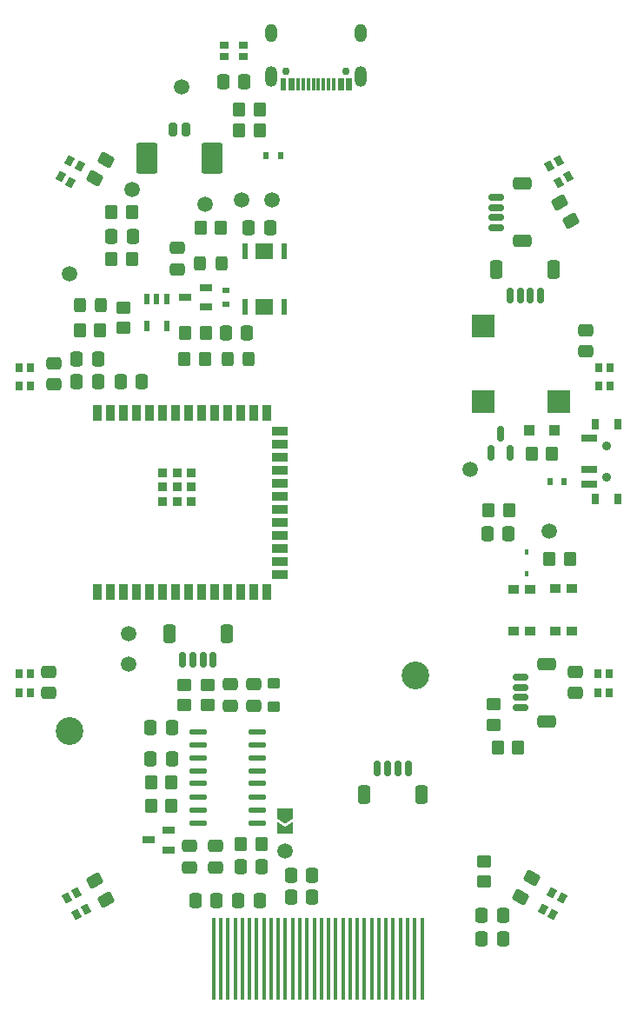
<source format=gbs>
%TF.GenerationSoftware,KiCad,Pcbnew,(6.0.8)*%
%TF.CreationDate,2022-11-08T21:59:40+00:00*%
%TF.ProjectId,octoscale,6f63746f-7363-4616-9c65-2e6b69636164,rev?*%
%TF.SameCoordinates,Original*%
%TF.FileFunction,Soldermask,Bot*%
%TF.FilePolarity,Negative*%
%FSLAX46Y46*%
G04 Gerber Fmt 4.6, Leading zero omitted, Abs format (unit mm)*
G04 Created by KiCad (PCBNEW (6.0.8)) date 2022-11-08 21:59:40*
%MOMM*%
%LPD*%
G01*
G04 APERTURE LIST*
G04 Aperture macros list*
%AMRoundRect*
0 Rectangle with rounded corners*
0 $1 Rounding radius*
0 $2 $3 $4 $5 $6 $7 $8 $9 X,Y pos of 4 corners*
0 Add a 4 corners polygon primitive as box body*
4,1,4,$2,$3,$4,$5,$6,$7,$8,$9,$2,$3,0*
0 Add four circle primitives for the rounded corners*
1,1,$1+$1,$2,$3*
1,1,$1+$1,$4,$5*
1,1,$1+$1,$6,$7*
1,1,$1+$1,$8,$9*
0 Add four rect primitives between the rounded corners*
20,1,$1+$1,$2,$3,$4,$5,0*
20,1,$1+$1,$4,$5,$6,$7,0*
20,1,$1+$1,$6,$7,$8,$9,0*
20,1,$1+$1,$8,$9,$2,$3,0*%
%AMRotRect*
0 Rectangle, with rotation*
0 The origin of the aperture is its center*
0 $1 length*
0 $2 width*
0 $3 Rotation angle, in degrees counterclockwise*
0 Add horizontal line*
21,1,$1,$2,0,0,$3*%
%AMFreePoly0*
4,1,6,1.000000,0.000000,0.500000,-0.750000,-0.500000,-0.750000,-0.500000,0.750000,0.500000,0.750000,1.000000,0.000000,1.000000,0.000000,$1*%
%AMFreePoly1*
4,1,6,0.500000,-0.750000,-0.650000,-0.750000,-0.150000,0.000000,-0.650000,0.750000,0.500000,0.750000,0.500000,-0.750000,0.500000,-0.750000,$1*%
G04 Aperture macros list end*
%ADD10C,2.700000*%
%ADD11R,0.700000X0.900000*%
%ADD12C,1.500000*%
%ADD13RoundRect,0.250000X-0.350000X-0.450000X0.350000X-0.450000X0.350000X0.450000X-0.350000X0.450000X0*%
%ADD14RoundRect,0.250000X-0.337500X-0.475000X0.337500X-0.475000X0.337500X0.475000X-0.337500X0.475000X0*%
%ADD15RoundRect,0.250000X0.350000X0.450000X-0.350000X0.450000X-0.350000X-0.450000X0.350000X-0.450000X0*%
%ADD16R,0.600000X1.000000*%
%ADD17RoundRect,0.250000X0.475000X-0.337500X0.475000X0.337500X-0.475000X0.337500X-0.475000X-0.337500X0*%
%ADD18RoundRect,0.250000X-0.325000X-0.450000X0.325000X-0.450000X0.325000X0.450000X-0.325000X0.450000X0*%
%ADD19RoundRect,0.250000X0.450000X-0.350000X0.450000X0.350000X-0.450000X0.350000X-0.450000X-0.350000X0*%
%ADD20RoundRect,0.150000X0.150000X-0.587500X0.150000X0.587500X-0.150000X0.587500X-0.150000X-0.587500X0*%
%ADD21RoundRect,0.250000X0.337500X0.475000X-0.337500X0.475000X-0.337500X-0.475000X0.337500X-0.475000X0*%
%ADD22R,0.700000X0.600000*%
%ADD23R,1.000000X0.900000*%
%ADD24RoundRect,0.250000X-0.450000X0.350000X-0.450000X-0.350000X0.450000X-0.350000X0.450000X0.350000X0*%
%ADD25RotRect,0.900000X0.700000X240.000000*%
%ADD26RoundRect,0.250000X-0.580112X0.054784X-0.242612X-0.529784X0.580112X-0.054784X0.242612X0.529784X0*%
%ADD27RotRect,0.900000X0.700000X300.000000*%
%ADD28RoundRect,0.200000X0.200000X0.450000X-0.200000X0.450000X-0.200000X-0.450000X0.200000X-0.450000X0*%
%ADD29RoundRect,0.250001X0.799999X1.249999X-0.799999X1.249999X-0.799999X-1.249999X0.799999X-1.249999X0*%
%ADD30R,0.500000X1.600000*%
%ADD31R,1.800000X1.600000*%
%ADD32RotRect,0.900000X0.700000X120.000000*%
%ADD33FreePoly0,270.000000*%
%ADD34FreePoly1,270.000000*%
%ADD35R,1.250000X0.700000*%
%ADD36R,0.600000X0.700000*%
%ADD37RotRect,0.900000X0.700000X60.000000*%
%ADD38R,0.400000X8.000000*%
%ADD39RoundRect,0.150000X0.150000X0.625000X-0.150000X0.625000X-0.150000X-0.625000X0.150000X-0.625000X0*%
%ADD40RoundRect,0.250000X0.350000X0.650000X-0.350000X0.650000X-0.350000X-0.650000X0.350000X-0.650000X0*%
%ADD41RoundRect,0.150000X0.625000X-0.150000X0.625000X0.150000X-0.625000X0.150000X-0.625000X-0.150000X0*%
%ADD42RoundRect,0.250000X0.650000X-0.350000X0.650000X0.350000X-0.650000X0.350000X-0.650000X-0.350000X0*%
%ADD43RoundRect,0.250000X0.242612X-0.529784X0.580112X0.054784X-0.242612X0.529784X-0.580112X-0.054784X0*%
%ADD44RoundRect,0.250000X-0.242612X0.529784X-0.580112X-0.054784X0.242612X-0.529784X0.580112X0.054784X0*%
%ADD45RoundRect,0.250000X-0.475000X0.337500X-0.475000X-0.337500X0.475000X-0.337500X0.475000X0.337500X0*%
%ADD46R,0.900000X1.500000*%
%ADD47R,1.500000X0.900000*%
%ADD48R,0.900000X0.900000*%
%ADD49R,0.450000X0.600000*%
%ADD50RoundRect,0.150000X-0.150000X-0.625000X0.150000X-0.625000X0.150000X0.625000X-0.150000X0.625000X0*%
%ADD51RoundRect,0.250000X-0.350000X-0.650000X0.350000X-0.650000X0.350000X0.650000X-0.350000X0.650000X0*%
%ADD52R,2.195000X2.195000*%
%ADD53RoundRect,0.250000X0.580112X-0.054784X0.242612X0.529784X-0.580112X0.054784X-0.242612X-0.529784X0*%
%ADD54RoundRect,0.250000X-0.350000X0.275000X-0.350000X-0.275000X0.350000X-0.275000X0.350000X0.275000X0*%
%ADD55O,1.750000X0.560000*%
%ADD56R,0.900000X0.700000*%
%ADD57R,0.800000X1.000000*%
%ADD58C,0.900000*%
%ADD59R,1.500000X0.700000*%
%ADD60RoundRect,0.250000X0.325000X0.450000X-0.325000X0.450000X-0.325000X-0.450000X0.325000X-0.450000X0*%
%ADD61C,0.750000*%
%ADD62R,0.600000X1.300000*%
%ADD63R,0.300000X1.300000*%
%ADD64O,1.200000X2.000000*%
%ADD65O,1.200000X1.800000*%
%ADD66R,1.000000X1.000000*%
G04 APERTURE END LIST*
D10*
%TO.C,H2*%
X146000000Y-114550000D03*
%TD*%
%TO.C,H4*%
X179700000Y-109100000D03*
%TD*%
D11*
%TO.C,D12*%
X141055000Y-108935000D03*
X142155000Y-108935000D03*
X142155000Y-110775000D03*
X141055000Y-110775000D03*
%TD*%
D12*
%TO.C,TP3*%
X165750000Y-62750000D03*
%TD*%
D13*
%TO.C,R16*%
X150100000Y-68500000D03*
X152100000Y-68500000D03*
%TD*%
D14*
%TO.C,C6*%
X153897503Y-114129999D03*
X155972503Y-114129999D03*
%TD*%
D15*
%TO.C,R11*%
X159172499Y-78309263D03*
X157172499Y-78309263D03*
%TD*%
D14*
%TO.C,C16*%
X162425000Y-131000000D03*
X164500000Y-131000000D03*
%TD*%
%TO.C,C11*%
X186712500Y-95262500D03*
X188787500Y-95262500D03*
%TD*%
D16*
%TO.C,U1*%
X153549997Y-72450004D03*
X154499997Y-72450004D03*
X155449997Y-72450004D03*
X155449997Y-75050004D03*
X153549997Y-75050004D03*
%TD*%
D14*
%TO.C,C7*%
X153897497Y-117250000D03*
X155972497Y-117250000D03*
%TD*%
D17*
%TO.C,C24*%
X144500000Y-80750000D03*
X144500000Y-78675000D03*
%TD*%
D18*
%TO.C,D13*%
X161397500Y-78309262D03*
X163447500Y-78309262D03*
%TD*%
D19*
%TO.C,R5*%
X151249999Y-75249998D03*
X151249999Y-73249998D03*
%TD*%
D14*
%TO.C,C2*%
X163462498Y-65500001D03*
X165537498Y-65500001D03*
%TD*%
D12*
%TO.C,TP4*%
X162750000Y-62750000D03*
%TD*%
D20*
%TO.C,Q3*%
X188950000Y-87437500D03*
X187050000Y-87437500D03*
X188000000Y-85562500D03*
%TD*%
D21*
%TO.C,C17*%
X188237500Y-132500000D03*
X186162500Y-132500000D03*
%TD*%
%TO.C,C28*%
X169637500Y-130700000D03*
X167562500Y-130700000D03*
%TD*%
D22*
%TO.C,D4*%
X161249997Y-72950003D03*
X161249997Y-71550003D03*
%TD*%
D23*
%TO.C,SW2*%
X190875000Y-100675000D03*
X190875000Y-104775000D03*
X189275000Y-104775000D03*
X189275000Y-100675000D03*
%TD*%
D21*
%TO.C,C15*%
X160325000Y-131000000D03*
X158250000Y-131000000D03*
%TD*%
D15*
%TO.C,R2*%
X164500000Y-54000000D03*
X162500000Y-54000000D03*
%TD*%
D14*
%TO.C,C8*%
X162647498Y-127749997D03*
X164722498Y-127749997D03*
%TD*%
D24*
%TO.C,R6*%
X159435003Y-110000003D03*
X159435003Y-112000003D03*
%TD*%
%TO.C,R7*%
X157185000Y-110000002D03*
X157185000Y-112000002D03*
%TD*%
D25*
%TO.C,D3*%
X193056314Y-132393505D03*
X192103686Y-131843505D03*
X193023686Y-130250019D03*
X193976314Y-130800019D03*
%TD*%
D26*
%TO.C,C23*%
X148481250Y-129101499D03*
X149518750Y-130898501D03*
%TD*%
D14*
%TO.C,C1*%
X161212500Y-75750002D03*
X163287500Y-75750002D03*
%TD*%
D23*
%TO.C,SW1*%
X194900000Y-104750000D03*
X194900000Y-100650000D03*
X193300000Y-100650000D03*
X193300000Y-104750000D03*
%TD*%
D27*
%TO.C,D8*%
X194611314Y-60521743D03*
X193658686Y-61071743D03*
X192738686Y-59478257D03*
X193691314Y-58928257D03*
%TD*%
D15*
%TO.C,R3*%
X159249998Y-75749999D03*
X157249998Y-75749999D03*
%TD*%
D28*
%TO.C,J3*%
X157325000Y-55950000D03*
X156075000Y-55950000D03*
D29*
X159875000Y-58700000D03*
X153525000Y-58700000D03*
%TD*%
D30*
%TO.C,U2*%
X163090000Y-67800000D03*
D31*
X165000000Y-67800000D03*
D30*
X166910000Y-67800000D03*
X166910000Y-73200000D03*
D31*
X165000000Y-73200000D03*
D30*
X163090000Y-73200000D03*
%TD*%
D12*
%TO.C,TP11*%
X151750000Y-105000000D03*
%TD*%
D15*
%TO.C,R1*%
X164500000Y-56000000D03*
X162500000Y-56000000D03*
%TD*%
D14*
%TO.C,C19*%
X160962500Y-51250000D03*
X163037500Y-51250000D03*
%TD*%
D12*
%TO.C,TP12*%
X146000000Y-70000000D03*
%TD*%
D15*
%TO.C,R12*%
X188808013Y-92979007D03*
X186808013Y-92979007D03*
%TD*%
%TO.C,R4*%
X148999999Y-75500000D03*
X146999999Y-75500000D03*
%TD*%
D12*
%TO.C,TP8*%
X167000000Y-126200000D03*
%TD*%
%TO.C,TP13*%
X156900000Y-51800000D03*
%TD*%
D21*
%TO.C,C12*%
X148787500Y-80500000D03*
X146712500Y-80500000D03*
%TD*%
D32*
%TO.C,D1*%
X145748686Y-130800019D03*
X146701314Y-130250019D03*
X147621314Y-131843505D03*
X146668686Y-132393505D03*
%TD*%
D33*
%TO.C,JP1*%
X167000000Y-122525000D03*
D34*
X167000000Y-123975000D03*
%TD*%
D17*
%TO.C,C26*%
X196300000Y-77537500D03*
X196300000Y-75462500D03*
%TD*%
D18*
%TO.C,D14*%
X158724996Y-68999998D03*
X160774996Y-68999998D03*
%TD*%
D35*
%TO.C,Q1*%
X159249998Y-71300004D03*
X159249998Y-73200004D03*
X157249998Y-72250004D03*
%TD*%
D36*
%TO.C,D2*%
X192800000Y-90250000D03*
X194200000Y-90250000D03*
%TD*%
D12*
%TO.C,TP7*%
X151750000Y-108000000D03*
%TD*%
D37*
%TO.C,D10*%
X146033686Y-58928257D03*
X146986314Y-59478257D03*
X146066314Y-61071743D03*
X145113686Y-60521743D03*
%TD*%
D38*
%TO.C,DS1*%
X160035000Y-136667500D03*
X160735000Y-136667500D03*
X161435000Y-136667500D03*
X162135000Y-136667500D03*
X162835000Y-136667500D03*
X163535000Y-136667500D03*
X164235000Y-136667500D03*
X164935000Y-136667500D03*
X165635000Y-136667500D03*
X166335000Y-136667500D03*
X167035000Y-136667500D03*
X167735000Y-136667500D03*
X168435000Y-136667500D03*
X169135000Y-136667500D03*
X169835000Y-136667500D03*
X170535000Y-136667500D03*
X171235000Y-136667500D03*
X171935000Y-136667500D03*
X172635000Y-136667500D03*
X173335000Y-136667500D03*
X174035000Y-136667500D03*
X174735000Y-136667500D03*
X175435000Y-136667500D03*
X176135000Y-136667500D03*
X176835000Y-136667500D03*
X177535000Y-136667500D03*
X178235000Y-136667500D03*
X178935000Y-136667500D03*
X179635000Y-136667500D03*
X180335000Y-136667500D03*
%TD*%
D12*
%TO.C,TP6*%
X159200000Y-63200000D03*
%TD*%
D19*
%TO.C,R19*%
X187300000Y-113900000D03*
X187300000Y-111900000D03*
%TD*%
D39*
%TO.C,J5*%
X191900000Y-72075000D03*
X190900000Y-72075000D03*
X189900000Y-72075000D03*
X188900000Y-72075000D03*
D40*
X193200000Y-69550000D03*
X187600000Y-69550000D03*
%TD*%
D14*
%TO.C,C13*%
X150962500Y-80500000D03*
X153037500Y-80500000D03*
%TD*%
D11*
%TO.C,D7*%
X198670000Y-80930000D03*
X197570000Y-80930000D03*
X197570000Y-79090000D03*
X198670000Y-79090000D03*
%TD*%
D24*
%TO.C,R17*%
X186400000Y-127200000D03*
X186400000Y-129200000D03*
%TD*%
D41*
%TO.C,J6*%
X187575000Y-65500000D03*
X187575000Y-64500000D03*
X187575000Y-63500000D03*
X187575000Y-62500000D03*
D42*
X190100000Y-66800000D03*
X190100000Y-61200000D03*
%TD*%
D13*
%TO.C,R9*%
X153934997Y-119499999D03*
X155934997Y-119499999D03*
%TD*%
D43*
%TO.C,C25*%
X148481250Y-60648501D03*
X149518750Y-58851499D03*
%TD*%
D17*
%TO.C,C3*%
X156500000Y-69537500D03*
X156500000Y-67462500D03*
%TD*%
D13*
%TO.C,R8*%
X153934999Y-121750000D03*
X155934999Y-121750000D03*
%TD*%
D44*
%TO.C,C20*%
X191018750Y-128851499D03*
X189981250Y-130648501D03*
%TD*%
D45*
%TO.C,C9*%
X160185001Y-125712500D03*
X160185001Y-127787500D03*
%TD*%
D46*
%TO.C,U5*%
X148740000Y-83500000D03*
X150010000Y-83500000D03*
X151280000Y-83500000D03*
X152550000Y-83500000D03*
X153820000Y-83500000D03*
X155090000Y-83500000D03*
X156360000Y-83500000D03*
X157630000Y-83500000D03*
X158900000Y-83500000D03*
X160170000Y-83500000D03*
X161440000Y-83500000D03*
X162710000Y-83500000D03*
X163980000Y-83500000D03*
X165250000Y-83500000D03*
D47*
X166500000Y-85265000D03*
X166500000Y-86535000D03*
X166500000Y-87805000D03*
X166500000Y-89075000D03*
X166500000Y-90345000D03*
X166500000Y-91615000D03*
X166500000Y-92885000D03*
X166500000Y-94155000D03*
X166500000Y-95425000D03*
X166500000Y-96695000D03*
X166500000Y-97965000D03*
X166500000Y-99235000D03*
D46*
X165250000Y-101000000D03*
X163980000Y-101000000D03*
X162710000Y-101000000D03*
X161440000Y-101000000D03*
X160170000Y-101000000D03*
X158900000Y-101000000D03*
X157630000Y-101000000D03*
X156360000Y-101000000D03*
X155090000Y-101000000D03*
X153820000Y-101000000D03*
X152550000Y-101000000D03*
X151280000Y-101000000D03*
X150010000Y-101000000D03*
X148740000Y-101000000D03*
D48*
X156460000Y-92150000D03*
X155060000Y-89350000D03*
X157860000Y-92150000D03*
X157860000Y-90750000D03*
X156460000Y-90750000D03*
X155060000Y-92150000D03*
X157860000Y-89350000D03*
X155060000Y-90750000D03*
X156460000Y-89350000D03*
%TD*%
D49*
%TO.C,D16*%
X190500000Y-97050000D03*
X190500000Y-99150000D03*
%TD*%
D21*
%TO.C,C30*%
X152137500Y-66300000D03*
X150062500Y-66300000D03*
%TD*%
D11*
%TO.C,D6*%
X198585000Y-110775000D03*
X197485000Y-110775000D03*
X197485000Y-108935000D03*
X198585000Y-108935000D03*
%TD*%
D17*
%TO.C,C27*%
X195300000Y-110787500D03*
X195300000Y-108712500D03*
%TD*%
D50*
%TO.C,J7*%
X176000000Y-118175000D03*
X177000000Y-118175000D03*
X178000000Y-118175000D03*
X179000000Y-118175000D03*
D51*
X174700000Y-120700000D03*
X180300000Y-120700000D03*
%TD*%
D14*
%TO.C,C29*%
X167562500Y-128600000D03*
X169637500Y-128600000D03*
%TD*%
D52*
%TO.C,LS1*%
X193692000Y-82450000D03*
X186292000Y-82450000D03*
X186292000Y-75050000D03*
%TD*%
D53*
%TO.C,C21*%
X194818750Y-64798501D03*
X193781250Y-63001499D03*
%TD*%
D35*
%TO.C,Q2*%
X155685000Y-124179995D03*
X155685000Y-126079995D03*
X153685000Y-125129995D03*
%TD*%
D45*
%TO.C,C22*%
X144000000Y-108712500D03*
X144000000Y-110787500D03*
%TD*%
D36*
%TO.C,D17*%
X165162000Y-58420000D03*
X166562000Y-58420000D03*
%TD*%
D54*
%TO.C,L1*%
X165935004Y-109849999D03*
X165935004Y-112149999D03*
%TD*%
D55*
%TO.C,U4*%
X158564999Y-123450000D03*
X158564999Y-122180000D03*
X158564999Y-120910000D03*
X158564999Y-119630000D03*
X158564999Y-118370000D03*
X158564999Y-117100000D03*
X158564999Y-115830000D03*
X158564999Y-114560000D03*
X164304999Y-114560000D03*
X164304999Y-115830000D03*
X164304999Y-117100000D03*
X164304999Y-118370000D03*
X164304999Y-119630000D03*
X164304999Y-120910000D03*
X164304999Y-122180000D03*
X164304999Y-123450000D03*
%TD*%
D13*
%TO.C,R13*%
X158750000Y-65500001D03*
X160750000Y-65500001D03*
%TD*%
D12*
%TO.C,TP9*%
X185000000Y-89000000D03*
%TD*%
%TO.C,TP10*%
X152100000Y-61800000D03*
%TD*%
D56*
%TO.C,D9*%
X162920000Y-47700000D03*
X162920000Y-48800000D03*
X161080000Y-48800000D03*
X161080000Y-47700000D03*
%TD*%
D13*
%TO.C,R10*%
X162685003Y-125500003D03*
X164685003Y-125500003D03*
%TD*%
D12*
%TO.C,TP5*%
X192750000Y-95000000D03*
%TD*%
D13*
%TO.C,R21*%
X192750000Y-97750000D03*
X194750000Y-97750000D03*
%TD*%
D45*
%TO.C,C10*%
X157685000Y-125712499D03*
X157685000Y-127787499D03*
%TD*%
D21*
%TO.C,C14*%
X148787500Y-78250000D03*
X146712500Y-78250000D03*
%TD*%
%TO.C,C18*%
X188237500Y-134750000D03*
X186162500Y-134750000D03*
%TD*%
D45*
%TO.C,C4*%
X163935000Y-109962495D03*
X163935000Y-112037495D03*
%TD*%
D41*
%TO.C,J4*%
X189925000Y-112250000D03*
X189925000Y-111250000D03*
X189925000Y-110250000D03*
X189925000Y-109250000D03*
D42*
X192450000Y-113550000D03*
X192450000Y-107950000D03*
%TD*%
D45*
%TO.C,C5*%
X161685002Y-109962504D03*
X161685002Y-112037504D03*
%TD*%
D57*
%TO.C,SW3*%
X197245000Y-84600000D03*
X199455000Y-91900000D03*
X197245000Y-91900000D03*
D58*
X198355000Y-89750000D03*
X198355000Y-86750000D03*
D57*
X199455000Y-84600000D03*
D59*
X196595000Y-86000000D03*
X196595000Y-89000000D03*
X196595000Y-90500000D03*
%TD*%
D15*
%TO.C,R18*%
X189700000Y-116100000D03*
X187700000Y-116100000D03*
%TD*%
%TO.C,R20*%
X152100000Y-64000000D03*
X150100000Y-64000000D03*
%TD*%
D39*
%TO.C,J2*%
X160000000Y-107574999D03*
X159000000Y-107574999D03*
X158000000Y-107574999D03*
X157000000Y-107574999D03*
D40*
X155700000Y-105049999D03*
X161300000Y-105049999D03*
%TD*%
D15*
%TO.C,R14*%
X193000000Y-87500000D03*
X191000000Y-87500000D03*
%TD*%
D60*
%TO.C,D5*%
X149024999Y-72999998D03*
X146974999Y-72999998D03*
%TD*%
D61*
%TO.C,J1*%
X172900000Y-50262500D03*
X167100000Y-50262500D03*
D62*
X166800000Y-51522500D03*
X167600000Y-51522500D03*
D63*
X168750000Y-51522500D03*
X169750000Y-51522500D03*
X170250000Y-51522500D03*
X171250000Y-51522500D03*
X172550000Y-51522500D03*
X173350000Y-51522500D03*
D62*
X173200000Y-51522500D03*
X172400000Y-51522500D03*
D63*
X171750000Y-51522500D03*
X170750000Y-51522500D03*
X169250000Y-51522500D03*
X168250000Y-51522500D03*
X167750000Y-51522500D03*
X166950000Y-51522500D03*
D64*
X165670000Y-50762500D03*
X174330000Y-50762500D03*
D65*
X165670000Y-46562500D03*
X174330000Y-46562500D03*
%TD*%
D11*
%TO.C,D11*%
X141055000Y-79090000D03*
X142155000Y-79090000D03*
X142155000Y-80930000D03*
X141055000Y-80930000D03*
%TD*%
D66*
%TO.C,D15*%
X193250000Y-85250000D03*
X190750000Y-85250000D03*
%TD*%
M02*

</source>
